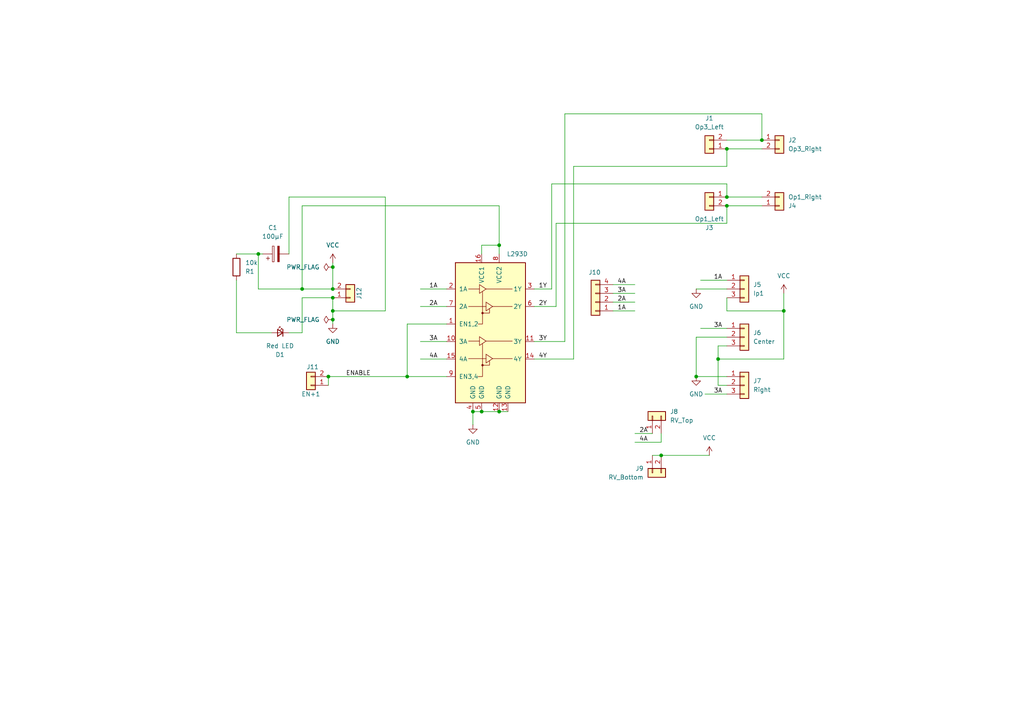
<source format=kicad_sch>
(kicad_sch (version 20231120) (generator "eeschema") (generator_version "8.0")
  (paper "A4")
  (lib_symbols
    (symbol "Connector_Generic:Conn_01x02" (pin_names (offset 1.016) hide)
      (property "Reference" "J" (at 0 2.54 0))
      (property "Value" "Conn_01x02" (at 0 -5.08 0))
      (symbol "Conn_01x02_1_1"
        (rectangle (start -1.27 -2.413) (end 0 -2.667) (stroke (width 0.1524)))
        (rectangle (start -1.27 0.127) (end 0 -0.127) (stroke (width 0.1524)))
        (rectangle (start -1.27 1.27) (end 1.27 -3.81) (stroke (width 0.254)) (fill (type background)))
        (pin passive line (at -5.08 0 0) (length 3.81) (name "Pin_1") (number "1"))
        (pin passive line (at -5.08 -2.54 0) (length 3.81) (name "Pin_2") (number "2"))
      )
    )
    (symbol "Connector_Generic:Conn_01x03" (pin_names (offset 1.016) hide)
      (property "Reference" "J" (at 0 5.08 0))
      (property "Value" "Conn_01x03" (at 0 -5.08 0))
      (symbol "Conn_01x03_1_1"
        (rectangle (start -1.27 -2.413) (end 0 -2.667) (stroke (width 0.1524)))
        (rectangle (start -1.27 0.127) (end 0 -0.127) (stroke (width 0.1524)))
        (rectangle (start -1.27 2.667) (end 0 2.413) (stroke (width 0.1524)))
        (rectangle (start -1.27 3.81) (end 1.27 -3.81) (stroke (width 0.254)) (fill (type background)))
        (pin passive line (at -5.08 2.54 0) (length 3.81) (name "Pin_1") (number "1"))
        (pin passive line (at -5.08 0 0) (length 3.81) (name "Pin_2") (number "2"))
        (pin passive line (at -5.08 -2.54 0) (length 3.81) (name "Pin_3") (number "3"))
      )
    )
    (symbol "Connector_Generic:Conn_01x04" (pin_names (offset 1.016) hide)
      (property "Reference" "IP/MOTOR" (at 0.254 -8.636 0))
      (symbol "Conn_01x04_1_1"
        (rectangle (start -1.27 -4.953) (end 0 -5.207) (stroke (width 0.1524)))
        (rectangle (start -1.27 -2.413) (end 0 -2.667) (stroke (width 0.1524)))
        (rectangle (start -1.27 0.127) (end 0 -0.127) (stroke (width 0.1524)))
        (rectangle (start -1.27 2.667) (end 0 2.413) (stroke (width 0.1524)))
        (rectangle (start -1.27 3.81) (end 1.27 -6.35) (stroke (width 0.254)) (fill (type background)))
        (pin passive line (at -5.08 2.54 0) (length 3.81) (name "IN1") (number "1"))
        (pin passive line (at -5.08 0 0) (length 3.81) (name "IN2") (number "2"))
        (pin passive line (at -5.08 -2.54 0) (length 3.81) (name "IN3") (number "3"))
        (pin passive line (at -5.08 -5.08 0) (length 3.81) (name "IN4") (number "4"))
      )
    )
    (symbol "Device:C_Polarized" (pin_numbers hide) (pin_names (offset 0.254))
      (property "Reference" "C" (at 0.635 2.54 0))
      (property "Value" "C_Polarized" (at 0.635 -2.54 0))
      (symbol "C_Polarized_0_1"
        (rectangle (start -2.286 0.508) (end 2.286 1.016))
        (polyline (pts (xy -1.778 2.286) (xy -0.762 2.286)))
        (polyline (pts (xy -1.27 2.794) (xy -1.27 1.778)))
        (rectangle (start 2.286 -0.508) (end -2.286 -1.016) (fill (type outline)))
      )
      (symbol "C_Polarized_1_1"
        (pin passive line (at 0 3.81 270) (length 2.794) (name "~") (number "1"))
        (pin passive line (at 0 -3.81 90) (length 2.794) (name "~") (number "2"))
      )
    )
    (symbol "Device:LED_Small" (pin_numbers hide) (pin_names (offset 0.254) hide)
      (property "Reference" "D" (at -1.27 3.175 0))
      (property "Value" "LED_Small" (at -4.445 -2.54 0))
      (symbol "LED_Small_0_1"
        (polyline (pts (xy -0.762 -1.016) (xy -0.762 1.016)) (stroke (width 0.254)))
        (polyline (pts (xy 1.016 0) (xy -0.762 0)))
        (polyline (pts (xy 0.762 -1.016) (xy -0.762 0) (xy 0.762 1.016) (xy 0.762 -1.016)) (stroke (width 0.254)))
        (polyline (pts (xy 0 0.762) (xy -0.508 1.27) (xy -0.254 1.27) (xy -0.508 1.27) (xy -0.508 1.016)))
        (polyline (pts (xy 0.508 1.27) (xy 0 1.778) (xy 0.254 1.778) (xy 0 1.778) (xy 0 1.524)))
      )
      (symbol "LED_Small_1_1"
        (pin passive line (at -2.54 0 0) (length 1.778) (name "K") (number "1"))
        (pin passive line (at 2.54 0 180) (length 1.778) (name "A") (number "2"))
      )
    )
    (symbol "Device:R" (pin_numbers hide) (pin_names (offset 0))
      (property "Reference" "R" (at 2.032 0 90))
      (property "Value" "R" (at 0 0 90))
      (symbol "R_0_1"
        (rectangle (start -1.016 -2.54) (end 1.016 2.54) (stroke (width 0.254)))
      )
      (symbol "R_1_1"
        (pin passive line (at 0 3.81 270) (length 1.27) (name "~") (number "1"))
        (pin passive line (at 0 -3.81 90) (length 1.27) (name "~") (number "2"))
      )
    )
    (symbol "Driver_Motor:L293D" (pin_names (offset 1.016))
      (property "Reference" "U" (at -5.08 26.035 0))
      (property "Value" "L293D" (at -5.08 24.13 0))
      (symbol "L293D_0_1"
        (rectangle (start -10.16 22.86) (end 10.16 -17.78) (stroke (width 0.254)) (fill (type background)))
        (circle (center -2.286 -6.858) (radius 0.254) (fill (type outline)))
        (circle (center -2.286 8.255) (radius 0.254) (fill (type outline)))
        (polyline (pts (xy -6.35 -4.953) (xy -1.27 -4.953)))
        (polyline (pts (xy -6.35 0.127) (xy -3.175 0.127)))
        (polyline (pts (xy -6.35 10.16) (xy -1.27 10.16)))
        (polyline (pts (xy -6.35 15.24) (xy -3.175 15.24)))
        (polyline (pts (xy -1.27 0.127) (xy 6.35 0.127)))
        (polyline (pts (xy -1.27 15.24) (xy 6.35 15.24)))
        (polyline (pts (xy 0.635 -4.953) (xy 6.35 -4.953)))
        (polyline (pts (xy 0.635 10.16) (xy 6.35 10.16)))
        (polyline (pts (xy -2.286 -6.858) (xy -0.254 -6.858) (xy -0.254 -5.588)))
        (polyline (pts (xy -2.286 -0.635) (xy -2.286 -10.16) (xy -3.556 -10.16)))
        (polyline (pts (xy -2.286 8.255) (xy -0.254 8.255) (xy -0.254 9.525)))
        (polyline (pts (xy -2.286 14.478) (xy -2.286 5.08) (xy -3.556 5.08)))
        (polyline (pts (xy -3.175 1.397) (xy -3.175 -1.143) (xy -1.27 0.127) (xy -3.175 1.397)))
        (polyline (pts (xy -3.175 16.51) (xy -3.175 13.97) (xy -1.27 15.24) (xy -3.175 16.51)))
        (polyline (pts (xy -1.27 -3.683) (xy -1.27 -6.223) (xy 0.635 -4.953) (xy -1.27 -3.683)))
        (polyline (pts (xy -1.27 11.43) (xy -1.27 8.89) (xy 0.635 10.16) (xy -1.27 11.43)))
      )
      (symbol "L293D_1_1"
        (pin input line (at -12.7 5.08 0) (length 2.54) (name "EN1,2") (number "1"))
        (pin input line (at -12.7 0 0) (length 2.54) (name "3A") (number "10"))
        (pin output line (at 12.7 0 180) (length 2.54) (name "3Y") (number "11"))
        (pin power_in line (at 2.54 -20.32 90) (length 2.54) (name "GND") (number "12"))
        (pin power_in line (at 5.08 -20.32 90) (length 2.54) (name "GND") (number "13"))
        (pin output line (at 12.7 -5.08 180) (length 2.54) (name "4Y") (number "14"))
        (pin input line (at -12.7 -5.08 0) (length 2.54) (name "4A") (number "15"))
        (pin power_in line (at -2.54 25.4 270) (length 2.54) (name "VCC1") (number "16"))
        (pin input line (at -12.7 15.24 0) (length 2.54) (name "1A") (number "2"))
        (pin output line (at 12.7 15.24 180) (length 2.54) (name "1Y") (number "3"))
        (pin power_in line (at -5.08 -20.32 90) (length 2.54) (name "GND") (number "4"))
        (pin power_in line (at -2.54 -20.32 90) (length 2.54) (name "GND") (number "5"))
        (pin output line (at 12.7 10.16 180) (length 2.54) (name "2Y") (number "6"))
        (pin input line (at -12.7 10.16 0) (length 2.54) (name "2A") (number "7"))
        (pin power_in line (at 2.54 25.4 270) (length 2.54) (name "VCC2") (number "8"))
        (pin input line (at -12.7 -10.16 0) (length 2.54) (name "EN3,4") (number "9"))
      )
    )
    (symbol "power:GND" (power) (pin_numbers hide) (pin_names (offset 0) hide)
      (property "Value" "GND" (at 0 -3.81 0))
      (symbol "GND_0_1"
        (polyline (pts (xy 0 0) (xy 0 -1.27) (xy 1.27 -1.27) (xy 0 -2.54) (xy -1.27 -1.27) (xy 0 -1.27)))
      )
      (symbol "GND_1_1"
        (pin power_in line (at 0 0 270) (length 0) (name "~") (number "1"))
      )
    )
    (symbol "power:PWR_FLAG" (power) (pin_numbers hide) (pin_names (offset 0) hide)
      (property "Value" "PWR_FLAG" (at 0 3.81 0))
      (symbol "PWR_FLAG_0_0"
        (pin power_out line (at 0 0 90) (length 0) (name "~") (number "1"))
      )
      (symbol "PWR_FLAG_0_1"
        (polyline (pts (xy 0 0) (xy 0 1.27) (xy -1.016 1.905) (xy 0 2.54) (xy 1.016 1.905) (xy 0 1.27)))
      )
    )
    (symbol "power:VCC" (power) (pin_numbers hide) (pin_names (offset 0) hide)
      (property "Value" "VCC" (at 0 3.556 0))
      (symbol "VCC_0_1"
        (polyline (pts (xy -0.762 1.27) (xy 0 2.54)))
        (polyline (pts (xy 0 0) (xy 0 2.54)))
        (polyline (pts (xy 0 2.54) (xy 0.762 1.27)))
      )
      (symbol "VCC_1_1"
        (pin power_in line (at 0 0 90) (length 0) (name "~") (number "1"))
      )
    )
  )
  (junction (at 210.82 43.18))
  (junction (at 118.11 109.22))
  (junction (at 96.52 86.36))
  (junction (at 144.78 71.12))
  (junction (at 210.82 59.69))
  (junction (at 96.52 90.17))
  (junction (at 95.25 109.22))
  (junction (at 227.33 90.17))
  (junction (at 208.28 104.14))
  (junction (at 96.52 83.82))
  (junction (at 201.93 109.22))
  (junction (at 139.7 119.38))
  (junction (at 144.78 119.38))
  (junction (at 87.63 83.82))
  (junction (at 96.52 92.71))
  (junction (at 220.98 40.64))
  (junction (at 137.16 119.38))
  (junction (at 210.82 57.15))
  (junction (at 191.77 132.08))
  (junction (at 74.93 73.66))
  (junction (at 96.52 77.47))
  (wire (pts (xy 154.94 104.14) (xy 166.37 104.14)))
  (wire (pts (xy 118.11 93.98) (xy 118.11 109.22)))
  (wire (pts (xy 184.15 128.27) (xy 191.77 128.27)))
  (wire (pts (xy 137.16 119.38) (xy 137.16 123.19)))
  (wire (pts (xy 163.83 99.06) (xy 163.83 33.02)))
  (wire (pts (xy 139.7 71.12) (xy 144.78 71.12)))
  (wire (pts (xy 95.25 109.22) (xy 118.11 109.22)))
  (wire (pts (xy 87.63 83.82) (xy 74.93 83.82)))
  (wire (pts (xy 95.25 109.22) (xy 95.25 111.76)))
  (wire (pts (xy 184.15 87.63) (xy 177.8 87.63)))
  (wire (pts (xy 154.94 83.82) (xy 160.02 83.82)))
  (wire (pts (xy 166.37 48.26) (xy 210.82 48.26)))
  (wire (pts (xy 201.93 97.79) (xy 210.82 97.79)))
  (wire (pts (xy 227.33 90.17) (xy 227.33 85.09)))
  (wire (pts (xy 208.28 100.33) (xy 210.82 100.33)))
  (wire (pts (xy 139.7 119.38) (xy 144.78 119.38)))
  (wire (pts (xy 210.82 53.34) (xy 210.82 57.15)))
  (wire (pts (xy 139.7 73.66) (xy 139.7 71.12)))
  (wire (pts (xy 189.23 132.08) (xy 191.77 132.08)))
  (wire (pts (xy 154.94 88.9) (xy 161.29 88.9)))
  (wire (pts (xy 144.78 119.38) (xy 147.32 119.38)))
  (wire (pts (xy 208.28 111.76) (xy 208.28 104.14)))
  (wire (pts (xy 121.92 83.82) (xy 129.54 83.82)))
  (wire (pts (xy 161.29 88.9) (xy 161.29 64.77)))
  (wire (pts (xy 204.47 114.3) (xy 210.82 114.3)))
  (wire (pts (xy 83.82 96.52) (xy 87.63 96.52)))
  (wire (pts (xy 96.52 77.47) (xy 96.52 83.82)))
  (wire (pts (xy 74.93 73.66) (xy 74.93 83.82)))
  (wire (pts (xy 208.28 100.33) (xy 208.28 104.14)))
  (wire (pts (xy 68.58 96.52) (xy 78.74 96.52)))
  (wire (pts (xy 160.02 83.82) (xy 160.02 53.34)))
  (wire (pts (xy 210.82 111.76) (xy 208.28 111.76)))
  (wire (pts (xy 96.52 86.36) (xy 96.52 90.17)))
  (wire (pts (xy 74.93 73.66) (xy 76.2 73.66)))
  (wire (pts (xy 227.33 90.17) (xy 227.33 104.14)))
  (wire (pts (xy 111.76 57.15) (xy 111.76 90.17)))
  (wire (pts (xy 205.74 132.08) (xy 191.77 132.08)))
  (wire (pts (xy 121.92 104.14) (xy 129.54 104.14)))
  (wire (pts (xy 210.82 48.26) (xy 210.82 43.18)))
  (wire (pts (xy 161.29 64.77) (xy 210.82 64.77)))
  (wire (pts (xy 121.92 99.06) (xy 129.54 99.06)))
  (wire (pts (xy 83.82 57.15) (xy 111.76 57.15)))
  (wire (pts (xy 144.78 73.66) (xy 144.78 71.12)))
  (wire (pts (xy 189.23 125.73) (xy 184.15 125.73)))
  (wire (pts (xy 144.78 71.12) (xy 144.78 59.69)))
  (wire (pts (xy 210.82 57.15) (xy 220.98 57.15)))
  (wire (pts (xy 121.92 88.9) (xy 129.54 88.9)))
  (wire (pts (xy 160.02 53.34) (xy 210.82 53.34)))
  (wire (pts (xy 201.93 97.79) (xy 201.93 109.22)))
  (wire (pts (xy 87.63 86.36) (xy 96.52 86.36)))
  (wire (pts (xy 220.98 33.02) (xy 220.98 40.64)))
  (wire (pts (xy 210.82 43.18) (xy 220.98 43.18)))
  (wire (pts (xy 201.93 109.22) (xy 210.82 109.22)))
  (wire (pts (xy 144.78 59.69) (xy 87.63 59.69)))
  (wire (pts (xy 96.52 92.71) (xy 96.52 93.98)))
  (wire (pts (xy 118.11 109.22) (xy 129.54 109.22)))
  (wire (pts (xy 154.94 99.06) (xy 163.83 99.06)))
  (wire (pts (xy 208.28 104.14) (xy 227.33 104.14)))
  (wire (pts (xy 68.58 73.66) (xy 74.93 73.66)))
  (wire (pts (xy 111.76 90.17) (xy 96.52 90.17)))
  (wire (pts (xy 87.63 59.69) (xy 87.63 83.82)))
  (wire (pts (xy 210.82 40.64) (xy 220.98 40.64)))
  (wire (pts (xy 137.16 119.38) (xy 139.7 119.38)))
  (wire (pts (xy 96.52 90.17) (xy 96.52 92.71)))
  (wire (pts (xy 210.82 83.82) (xy 201.93 83.82)))
  (wire (pts (xy 177.8 85.09) (xy 184.15 85.09)))
  (wire (pts (xy 203.2 95.25) (xy 210.82 95.25)))
  (wire (pts (xy 210.82 64.77) (xy 210.82 59.69)))
  (wire (pts (xy 96.52 83.82) (xy 87.63 83.82)))
  (wire (pts (xy 177.8 82.55) (xy 184.15 82.55)))
  (wire (pts (xy 163.83 33.02) (xy 220.98 33.02)))
  (wire (pts (xy 83.82 57.15) (xy 83.82 73.66)))
  (wire (pts (xy 68.58 81.28) (xy 68.58 96.52)))
  (wire (pts (xy 96.52 76.2) (xy 96.52 77.47)))
  (wire (pts (xy 210.82 86.36) (xy 210.82 90.17)))
  (wire (pts (xy 177.8 90.17) (xy 184.15 90.17)))
  (wire (pts (xy 203.2 81.28) (xy 210.82 81.28)))
  (wire (pts (xy 210.82 59.69) (xy 220.98 59.69)))
  (wire (pts (xy 166.37 104.14) (xy 166.37 48.26)))
  (wire (pts (xy 210.82 90.17) (xy 227.33 90.17)))
  (wire (pts (xy 191.77 128.27) (xy 191.77 125.73)))
  (wire (pts (xy 129.54 93.98) (xy 118.11 93.98)))
  (wire (pts (xy 87.63 96.52) (xy 87.63 86.36)))
  (label "4Y" (at 156.21 104.14 0))
  (label "1A" (at 207.01 81.28 0))
  (label "3A" (at 179.07 85.09 0))
  (label "2A" (at 179.07 87.63 0))
  (label "2Y" (at 156.21 88.9 0))
  (label "1A" (at 124.46 83.82 0))
  (label "3Y" (at 156.21 99.06 0))
  (label "3A" (at 124.46 99.06 0))
  (label "4A" (at 124.46 104.14 0))
  (label "3A" (at 207.01 95.25 0))
  (label "3A" (at 207.01 114.3 0))
  (label "4A" (at 185.42 128.27 0))
  (label "2A" (at 124.46 88.9 0))
  (label "1Y" (at 156.21 83.82 0))
  (label "4A" (at 179.07 82.55 0))
  (label "2A" (at 185.42 125.73 0))
  (label "1A" (at 179.07 90.17 0))
  (label "ENABLE" (at 100.33 109.22 0))
  (symbol (lib_id "Connector_Generic:Conn_01x02") (at 189.23 137.16 90) (mirror x) (unit 1)
    (property "Reference" "J9" (at 186.69 135.8899 90) (effects (justify left)))
    (property "Value" "RV_Bottom" (at 186.69 138.4299 90) (effects (justify left)))
    (property "Footprint" "Connector_PinHeader_2.00mm:PinHeader_2x01_P2.00mm_Vertical" (effects (hide yes)))
    (property "Description" "Generic connector, single row, 01x02, script generated (kicad-library-utils/schlib/autogen/connector/)" (effects (hide yes)))
  )
  (symbol (lib_id "Connector_Generic:Conn_01x03") (at 215.9 97.79 0) (unit 1)
    (property "Reference" "J6" (at 218.44 96.5199 0) (effects (justify left)))
    (property "Value" "Center" (at 218.44 99.0599 0) (effects (justify left)))
    (property "Footprint" "Connector_PinHeader_2.00mm:PinHeader_1x03_P2.00mm_Vertical" (effects (hide yes)))
    (property "Description" "Generic connector, single row, 01x03, script generated (kicad-library-utils/schlib/autogen/connector/)" (effects (hide yes)))
  )
  (symbol (lib_id "Connector_Generic:Conn_01x02") (at 189.23 120.65 90) (unit 1)
    (property "Reference" "J8" (at 194.31 119.3799 90) (effects (justify right)))
    (property "Value" "RV_Top" (at 194.31 121.9199 90) (effects (justify right)))
    (property "Footprint" "Connector_PinHeader_2.00mm:PinHeader_2x01_P2.00mm_Vertical" (effects (hide yes)))
    (property "Description" "Generic connector, single row, 01x02, script generated (kicad-library-utils/schlib/autogen/connector/)" (effects (hide yes)))
  )
  (symbol (lib_id "power:VCC") (at 96.52 76.2 0) (unit 1)
    (property "Reference" "#PWR01" (effects (hide yes)))
    (property "Value" "VCC" (at 96.52 71.12 0))
    (property "Description" "Power symbol creates a global label with name \"VCC\"" (effects (hide yes)))
  )
  (symbol (lib_id "power:GND") (at 201.93 109.22 0) (unit 1)
    (property "Reference" "#PWR06" (effects (hide yes)))
    (property "Value" "GND" (at 201.93 114.3 0))
    (property "Description" "Power symbol creates a global label with name \"GND\" , ground" (effects (hide yes)))
  )
  (symbol (lib_id "power:GND") (at 137.16 123.19 0) (unit 1)
    (property "Reference" "#PWR03" (effects (hide yes)))
    (property "Value" "GND" (at 137.16 128.27 0))
    (property "Description" "Power symbol creates a global label with name \"GND\" , ground" (effects (hide yes)))
  )
  (symbol (lib_id "Connector_Generic:Conn_01x02") (at 90.17 111.76 180) (unit 1)
    (property "Reference" "J11" (at 90.678 106.426 0))
    (property "Value" "EN+1" (at 90.17 114.3 0))
    (property "Footprint" "Connector_PinHeader_2.00mm:PinHeader_2x01_P2.00mm_Vertical" (effects (hide yes)))
    (property "Description" "Generic connector, single row, 01x02, script generated (kicad-library-utils/schlib/autogen/connector/)" (effects (hide yes)))
  )
  (symbol (lib_id "Connector_Generic:Conn_01x02") (at 205.74 57.15 0) (mirror y) (unit 1)
    (property "Reference" "J3" (at 205.74 66.04 0))
    (property "Value" "Op1_Left" (at 205.74 63.5 0))
    (property "Footprint" "Connector_PinHeader_2.00mm:PinHeader_2x01_P2.00mm_Vertical" (effects (hide yes)))
    (property "Description" "Generic connector, single row, 01x02, script generated (kicad-library-utils/schlib/autogen/connector/)" (effects (hide yes)))
  )
  (symbol (lib_id "Connector_Generic:Conn_01x03") (at 215.9 111.76 0) (unit 1)
    (property "Reference" "J7" (at 218.44 110.4899 0) (effects (justify left)))
    (property "Value" "Right" (at 218.44 113.0299 0) (effects (justify left)))
    (property "Footprint" "Connector_PinHeader_2.00mm:PinHeader_1x03_P2.00mm_Vertical" (effects (hide yes)))
    (property "Description" "Generic connector, single row, 01x03, script generated (kicad-library-utils/schlib/autogen/connector/)" (effects (hide yes)))
  )
  (symbol (lib_id "Connector_Generic:Conn_01x02") (at 226.06 40.64 0) (unit 1)
    (property "Reference" "J2" (at 228.6 40.6399 0) (effects (justify left)))
    (property "Value" "Op3_Right" (at 228.6 43.1799 0) (effects (justify left)))
    (property "Footprint" "Connector_PinHeader_2.00mm:PinHeader_2x01_P2.00mm_Vertical" (effects (hide yes)))
    (property "Description" "Generic connector, single row, 01x02, script generated (kicad-library-utils/schlib/autogen/connector/)" (effects (hide yes)))
  )
  (symbol (lib_id "Connector_Generic:Conn_01x02") (at 101.6 86.36 0) (mirror x) (unit 1)
    (property "Reference" "J12" (at 104.14 85.09 90))
    (property "Value" "Power" (effects (hide yes)))
    (property "Footprint" "Connector_PinHeader_2.00mm:PinHeader_2x01_P2.00mm_Vertical" (effects (hide yes)))
    (property "Description" "Generic connector, single row, 01x02, script generated (kicad-library-utils/schlib/autogen/connector/)" (effects (hide yes)))
  )
  (symbol (lib_id "Connector_Generic:Conn_01x04") (at 172.72 87.63 180) (unit 1)
    (property "Reference" "J10" (at 172.466 78.994 0))
    (property "Value" "IP/MOTOR" (effects (hide yes)))
    (property "Footprint" "Connector_PinHeader_2.00mm:PinHeader_1x04_P2.00mm_Vertical" (effects (hide yes)))
    (property "Description" "Generic connector, single row, 01x04, script generated (kicad-library-utils/schlib/autogen/connector/)" (effects (hide yes)))
  )
  (symbol (lib_id "power:PWR_FLAG") (at 96.52 77.47 90) (unit 1)
    (property "Reference" "#FLG01" (effects (hide yes)))
    (property "Value" "PWR_FLAG" (at 92.71 77.4699 90) (effects (justify left)))
    (property "Description" "Special symbol for telling ERC where power comes from" (effects (hide yes)))
  )
  (symbol (lib_id "Connector_Generic:Conn_01x03") (at 215.9 83.82 0) (unit 1)
    (property "Reference" "J5" (at 218.44 82.5499 0) (effects (justify left)))
    (property "Value" "Ip1" (at 218.44 85.0899 0) (effects (justify left)))
    (property "Footprint" "Connector_PinHeader_2.00mm:PinHeader_1x03_P2.00mm_Vertical" (effects (hide yes)))
    (property "Description" "Generic connector, single row, 01x03, script generated (kicad-library-utils/schlib/autogen/connector/)" (effects (hide yes)))
  )
  (symbol (lib_id "power:VCC") (at 205.74 132.08 0) (unit 1)
    (property "Reference" "#PWR09" (effects (hide yes)))
    (property "Value" "VCC" (at 205.74 127 0))
    (property "Description" "Power symbol creates a global label with name \"VCC\"" (effects (hide yes)))
  )
  (symbol (lib_id "power:GND") (at 96.52 93.98 0) (unit 1)
    (property "Reference" "#PWR02" (effects (hide yes)))
    (property "Value" "GND" (at 96.52 99.06 0))
    (property "Description" "Power symbol creates a global label with name \"GND\" , ground" (effects (hide yes)))
  )
  (symbol (lib_id "power:GND") (at 201.93 83.82 0) (unit 1)
    (property "Reference" "#PWR04" (effects (hide yes)))
    (property "Value" "GND" (at 201.93 88.9 0))
    (property "Description" "Power symbol creates a global label with name \"GND\" , ground" (effects (hide yes)))
  )
  (symbol (lib_id "Connector_Generic:Conn_01x02") (at 205.74 43.18 180) (unit 1)
    (property "Reference" "J1" (at 205.74 34.29 0))
    (property "Value" "Op3_Left" (at 205.74 36.83 0))
    (property "Footprint" "Connector_PinHeader_2.00mm:PinHeader_2x01_P2.00mm_Vertical" (effects (hide yes)))
    (property "Description" "Generic connector, single row, 01x02, script generated (kicad-library-utils/schlib/autogen/connector/)" (effects (hide yes)))
  )
  (symbol (lib_id "power:VCC") (at 227.33 85.09 0) (unit 1)
    (property "Reference" "#PWR07" (effects (hide yes)))
    (property "Value" "VCC" (at 227.33 80.01 0))
    (property "Description" "Power symbol creates a global label with name \"VCC\"" (effects (hide yes)))
  )
  (symbol (lib_id "Device:R") (at 68.58 77.47 0) (mirror x) (unit 1)
    (property "Reference" "R1" (at 71.12 78.7401 0) (effects (justify left)))
    (property "Value" "10k" (at 71.12 76.2001 0) (effects (justify left)))
    (property "Footprint" "Resistor_THT:R_Axial_DIN0204_L3.6mm_D1.6mm_P7.62mm_Horizontal" (effects (hide yes)))
    (property "Description" "Resistor" (effects (hide yes)))
  )
  (symbol (lib_id "Device:LED_Small") (at 81.28 96.52 0) (mirror y) (unit 1)
    (property "Reference" "D1" (at 81.2165 102.87 0))
    (property "Value" "Red LED" (at 81.2165 100.33 0))
    (property "Footprint" "LED_THT:LED_D3.0mm" (effects (hide yes)))
    (property "Description" "Light emitting diode, small symbol" (effects (hide yes)))
  )
  (symbol (lib_id "Driver_Motor:L293D") (at 142.24 99.06 0) (unit 1)
    (property "Reference" "U1" (effects (hide yes)))
    (property "Value" "L293D" (at 146.9741 73.66 0) (effects (justify left)))
    (property "Footprint" "Package_DIP:DIP-16_W7.62mm_Socket" (effects (hide yes)))
    (property "Datasheet" "http://www.ti.com/lit/ds/symlink/l293.pdf" (effects (hide yes)))
    (property "Description" "Quadruple Half-H Drivers" (effects (hide yes)))
  )
  (symbol (lib_id "Connector_Generic:Conn_01x02") (at 226.06 59.69 0) (mirror x) (unit 1)
    (property "Reference" "J4" (at 228.6 59.6901 0) (effects (justify left)))
    (property "Value" "Op1_Right" (at 228.6 57.1501 0) (effects (justify left)))
    (property "Footprint" "Connector_PinHeader_2.00mm:PinHeader_2x01_P2.00mm_Vertical" (effects (hide yes)))
    (property "Description" "Generic connector, single row, 01x02, script generated (kicad-library-utils/schlib/autogen/connector/)" (effects (hide yes)))
  )
  (symbol (lib_id "Device:C_Polarized") (at 80.01 73.66 90) (unit 1)
    (property "Reference" "C1" (at 79.121 66.04 90))
    (property "Value" "100µF" (at 79.121 68.58 90))
    (property "Footprint" "Capacitor_THT:CP_Radial_D4.0mm_P2.00mm" (effects (hide yes)))
    (property "Description" "Polarized capacitor" (effects (hide yes)))
  )
  (symbol (lib_id "power:PWR_FLAG") (at 96.52 92.71 90) (unit 1)
    (property "Reference" "#FLG02" (effects (hide yes)))
    (property "Value" "PWR_FLAG" (at 92.71 92.7099 90) (effects (justify left)))
    (property "Description" "Special symbol for telling ERC where power comes from" (effects (hide yes)))
  )
)
</source>
